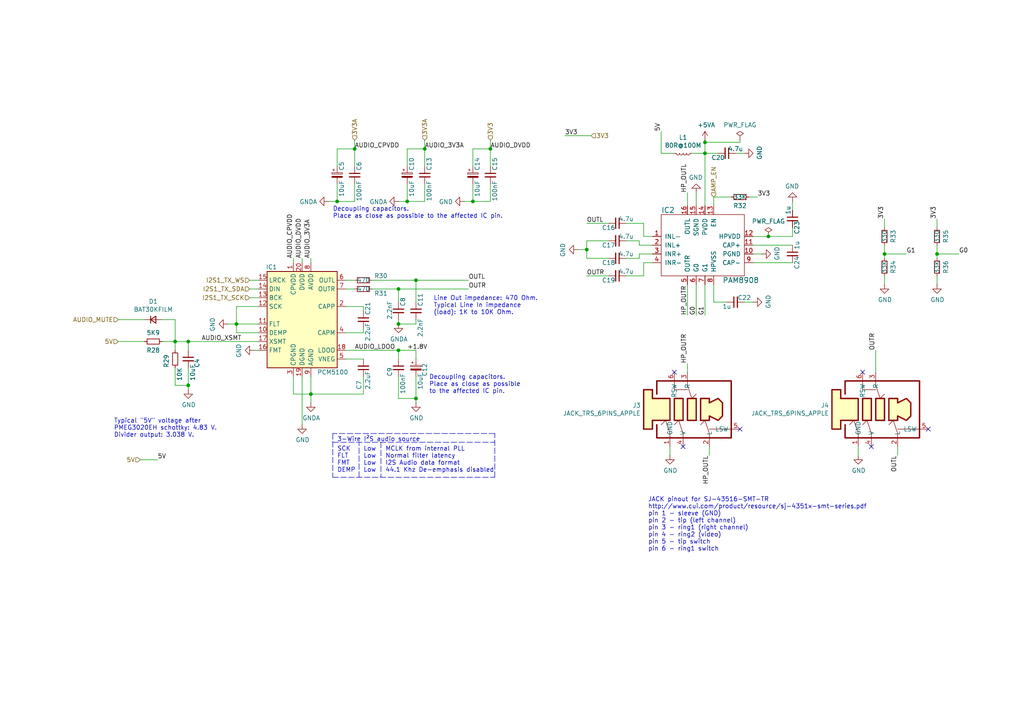
<source format=kicad_sch>
(kicad_sch (version 20231120) (generator "eeschema") (generator_version "8.0")
  (paper "A4")
  (lib_symbols
    (symbol "Audio:PCM5100"
      (property "Reference" "U" (at -10.16 13.97 0))
      (property "Value" "PCM5100" (at 3.81 13.97 0))
      (symbol "PCM5100_0_1"
        (rectangle (start -10.16 12.7) (end 10.16 -15.24) (stroke (width 0.254)) (fill (type background)))
      )
      (symbol "PCM5100_1_1"
        (pin passive line (at -2.54 15.24 270) (length 2.54) (name "CPVDD") (number "1"))
        (pin input line (at -12.7 -5.08 0) (length 2.54) (name "DEMP") (number "10"))
        (pin input line (at -12.7 -2.54 0) (length 2.54) (name "FLT") (number "11"))
        (pin input line (at -12.7 2.54 0) (length 2.54) (name "SCK") (number "12"))
        (pin input line (at -12.7 5.08 0) (length 2.54) (name "BCK") (number "13"))
        (pin input line (at -12.7 7.62 0) (length 2.54) (name "DIN") (number "14"))
        (pin input line (at -12.7 10.16 0) (length 2.54) (name "LRCK") (number "15"))
        (pin input line (at -12.7 -10.16 0) (length 2.54) (name "FMT") (number "16"))
        (pin input line (at -12.7 -7.62 0) (length 2.54) (name "XSMT") (number "17"))
        (pin passive line (at 12.7 -10.16 180) (length 2.54) (name "LDOO") (number "18"))
        (pin power_in line (at 0 -17.78 90) (length 2.54) (name "DGND") (number "19"))
        (pin passive line (at 12.7 2.54 180) (length 2.54) (name "CAPP") (number "2"))
        (pin power_in line (at 0 15.24 270) (length 2.54) (name "DVDD") (number "20"))
        (pin power_in line (at -2.54 -17.78 90) (length 2.54) (name "CPGND") (number "3"))
        (pin passive line (at 12.7 -5.08 180) (length 2.54) (name "CAPM") (number "4"))
        (pin passive line (at 12.7 -12.7 180) (length 2.54) (name "VNEG") (number "5"))
        (pin output line (at 12.7 10.16 180) (length 2.54) (name "OUTL") (number "6"))
        (pin output line (at 12.7 7.62 180) (length 2.54) (name "OUTR") (number "7"))
        (pin power_in line (at 2.54 15.24 270) (length 2.54) (name "AVDD") (number "8"))
        (pin power_in line (at 2.54 -17.78 90) (length 2.54) (name "AGND") (number "9"))
      )
    )
    (symbol "Device:CP_Small" (pin_numbers hide) (pin_names (offset 0.254) hide)
      (property "Reference" "C" (at 0.254 1.778 0))
      (property "Value" "Device_CP_Small" (at 0.254 -2.032 0))
      (symbol "CP_Small_0_1"
        (rectangle (start -1.524 -0.3048) (end 1.524 -0.6858) (fill (type outline)))
        (rectangle (start -1.524 0.6858) (end 1.524 0.3048))
        (polyline (pts (xy -1.27 1.524) (xy -0.762 1.524)))
        (polyline (pts (xy -1.016 1.27) (xy -1.016 1.778)))
      )
      (symbol "CP_Small_1_1"
        (pin passive line (at 0 2.54 270) (length 1.8542) (name "~") (number "1"))
        (pin passive line (at 0 -2.54 90) (length 1.8542) (name "~") (number "2"))
      )
    )
    (symbol "Device:C_Small" (pin_numbers hide) (pin_names (offset 0.254) hide)
      (property "Reference" "C" (at 0.254 1.778 0))
      (property "Value" "C_Small" (at 0.254 -2.032 0))
      (symbol "C_Small_0_1"
        (polyline (pts (xy -1.524 -0.508) (xy 1.524 -0.508)) (stroke (width 0.3302)))
        (polyline (pts (xy -1.524 0.508) (xy 1.524 0.508)) (stroke (width 0.3048)))
      )
      (symbol "C_Small_1_1"
        (pin passive line (at 0 2.54 270) (length 2.032) (name "~") (number "1"))
        (pin passive line (at 0 -2.54 90) (length 2.032) (name "~") (number "2"))
      )
    )
    (symbol "Device:D_Small" (pin_numbers hide) (pin_names (offset 0.254) hide)
      (property "Reference" "D" (at -1.27 2.032 0))
      (property "Value" "D_Small" (at -3.81 -2.032 0))
      (symbol "D_Small_0_1"
        (polyline (pts (xy -0.762 -1.016) (xy -0.762 1.016)) (stroke (width 0.254)))
        (polyline (pts (xy -0.762 0) (xy 0.762 0)))
        (polyline (pts (xy 0.762 -1.016) (xy -0.762 0) (xy 0.762 1.016) (xy 0.762 -1.016)) (stroke (width 0.254)))
      )
      (symbol "D_Small_1_1"
        (pin passive line (at -2.54 0 0) (length 1.778) (name "K") (number "1"))
        (pin passive line (at 2.54 0 180) (length 1.778) (name "A") (number "2"))
      )
    )
    (symbol "Device:L_Small" (pin_numbers hide) (pin_names (offset 0.254) hide)
      (property "Reference" "L" (at 0.762 1.016 0))
      (property "Value" "L_Small" (at 0.762 -1.016 0))
      (symbol "L_Small_0_1"
        (arc (start 0 -2.032) (mid 0.5058 -1.524) (end 0 -1.016))
        (arc (start 0 -1.016) (mid 0.5058 -0.508) (end 0 0))
        (arc (start 0 0) (mid 0.5058 0.508) (end 0 1.016))
        (arc (start 0 1.016) (mid 0.5058 1.524) (end 0 2.032))
      )
      (symbol "L_Small_1_1"
        (pin passive line (at 0 2.54 270) (length 0.508) (name "~") (number "1"))
        (pin passive line (at 0 -2.54 90) (length 0.508) (name "~") (number "2"))
      )
    )
    (symbol "Device:R_Small" (pin_numbers hide) (pin_names (offset 0.254) hide)
      (property "Reference" "R" (at 0.762 0.508 0))
      (property "Value" "R_Small" (at 0.762 -1.016 0))
      (symbol "R_Small_0_1"
        (rectangle (start -0.762 1.778) (end 0.762 -1.778) (stroke (width 0.2032)))
      )
      (symbol "R_Small_1_1"
        (pin passive line (at 0 2.54 270) (length 0.762) (name "~") (number "1"))
        (pin passive line (at 0 -2.54 90) (length 0.762) (name "~") (number "2"))
      )
    )
    (symbol "jack_trs_6pins_apple:JACK_TRS_6PINS_APPLE" (pin_names (offset 0.762))
      (property "Reference" "J" (at 8.89 1.27 0))
      (property "Value" "JACK_TRS_6PINS_APPLE" (at -31.75 1.27 0))
      (symbol "JACK_TRS_6PINS_APPLE_0_1"
        (polyline (pts (xy 6.35 -5.08) (xy 0 -5.08)))
        (polyline (pts (xy -10.16 8.89) (xy -10.16 6.35) (xy -6.35 6.35)))
        (polyline (pts (xy -13.97 -3.81) (xy -12.7 -2.54) (xy -11.43 -6.35) (xy -11.43 -7.62)))
        (polyline (pts (xy -10.16 -3.81) (xy -8.89 -2.54) (xy -7.62 -6.35) (xy -7.62 -7.62)))
        (polyline (pts (xy -3.81 5.08) (xy -5.08 3.81) (xy -6.35 7.62) (xy -6.35 8.89)))
        (polyline (pts (xy -2.54 -3.81) (xy -1.27 -2.54) (xy 0 -6.35) (xy 0 -7.62)))
        (polyline (pts (xy -7.62 -2.54) (xy -7.62 3.81) (xy -10.16 3.81) (xy -10.16 -2.54) (xy -7.62 -2.54)) (stroke (width 0.4064)) (fill (type background)))
        (polyline (pts (xy -3.81 -2.54) (xy -3.81 3.81) (xy -6.35 3.81) (xy -6.35 -2.54) (xy -3.81 -2.54)) (stroke (width 0.4064)) (fill (type background)))
        (polyline (pts (xy -15.24 5.08) (xy -15.24 8.89) (xy 6.35 8.89) (xy 6.35 -7.62) (xy -15.24 -7.62) (xy -15.24 -3.81)) (stroke (width 0.4064)))
        (polyline (pts (xy -11.43 -2.54) (xy -11.43 3.81) (xy -16.51 3.81) (xy -16.51 6.35) (xy -19.05 6.35) (xy -19.05 -5.08) (xy -16.51 -5.08) (xy -16.51 -2.54) (xy -11.43 -2.54)) (stroke (width 0.4064)) (fill (type background)))
        (polyline (pts (xy -2.54 -2.54) (xy -2.54 3.81) (xy 0 3.81) (xy 0 2.54) (xy 2.54 3.81) (xy 3.81 2.54) (xy 3.81 -1.27) (xy 2.54 -2.54) (xy 0 -1.27) (xy 0 -2.54) (xy -2.54 -2.54)) (stroke (width 0.4064)) (fill (type background)))
      )
      (symbol "JACK_TRS_6PINS_APPLE_1_1"
        (pin passive line (at -11.43 -10.16 90) (length 2.54) (name "GND") (number "1"))
        (pin passive line (at 0 -10.16 90) (length 2.54) (name "L") (number "2"))
        (pin passive line (at -6.35 11.43 270) (length 2.54) (name "R") (number "3"))
        (pin passive line (at -7.62 -10.16 90) (length 2.54) (name "V") (number "4"))
        (pin passive line (at 8.89 -5.08 180) (length 2.54) (name "LSW") (number "5"))
        (pin passive line (at -10.16 11.43 270) (length 2.54) (name "RSW") (number "6"))
      )
    )
    (symbol "pam8901:PAM8901" (pin_names (offset 1.016))
      (property "Reference" "U" (at -3.81 5.08 0))
      (property "Value" "PAM8901" (at 16.51 -15.24 0))
      (symbol "PAM8901_0_1"
        (rectangle (start -5.08 3.81) (end 19.05 -13.97))
      )
      (symbol "PAM8901_1_1"
        (pin input line (at -7.62 -2.54 0) (length 2.54) (name "INL-") (number "1"))
        (pin power_in line (at 21.59 -7.62 180) (length 2.54) (name "PGND") (number "10"))
        (pin output line (at 21.59 -5.08 180) (length 2.54) (name "CAP+") (number "11"))
        (pin power_in line (at 21.59 -2.54 180) (length 2.54) (name "HPVDD") (number "12"))
        (pin input line (at 10.16 6.35 270) (length 2.54) (name "EN") (number "13"))
        (pin power_in line (at 7.62 6.35 270) (length 2.54) (name "PVDD") (number "14"))
        (pin power_in line (at 5.08 6.35 270) (length 2.54) (name "SGND") (number "15"))
        (pin output line (at 2.54 6.35 270) (length 2.54) (name "OUTL") (number "16"))
        (pin input line (at -7.62 -5.08 0) (length 2.54) (name "INL+") (number "2"))
        (pin input line (at -7.62 -7.62 0) (length 2.54) (name "INR+") (number "3"))
        (pin input line (at -7.62 -10.16 0) (length 2.54) (name "INR-") (number "4"))
        (pin output line (at 2.54 -16.51 90) (length 2.54) (name "OUTR") (number "5"))
        (pin input line (at 5.08 -16.51 90) (length 2.54) (name "G0") (number "6"))
        (pin input line (at 7.62 -16.51 90) (length 2.54) (name "G1") (number "7"))
        (pin power_out line (at 10.16 -16.51 90) (length 2.54) (name "HPVSS") (number "8"))
        (pin output line (at 21.59 -10.16 180) (length 2.54) (name "CAP-") (number "9"))
      )
    )
    (symbol "power:+5VA" (power) (pin_numbers hide) (pin_names (offset 0) hide)
      (property "Value" "+5VA" (at 0 3.556 0))
      (symbol "+5VA_0_1"
        (polyline (pts (xy -0.762 1.27) (xy 0 2.54)))
        (polyline (pts (xy 0 0) (xy 0 2.54)))
        (polyline (pts (xy 0 2.54) (xy 0.762 1.27)))
      )
      (symbol "+5VA_1_1"
        (pin power_in line (at 0 0 90) (length 0) (name "~") (number "1"))
      )
    )
    (symbol "power:GND" (power) (pin_numbers hide) (pin_names (offset 0) hide)
      (property "Value" "GND" (at 0 -3.81 0))
      (symbol "GND_0_1"
        (polyline (pts (xy 0 0) (xy 0 -1.27) (xy 1.27 -1.27) (xy 0 -2.54) (xy -1.27 -1.27) (xy 0 -1.27)))
      )
      (symbol "GND_1_1"
        (pin power_in line (at 0 0 270) (length 0) (name "~") (number "1"))
      )
    )
    (symbol "power:GNDA" (power) (pin_numbers hide) (pin_names (offset 0) hide)
      (property "Value" "GNDA" (at 0 -3.81 0))
      (symbol "GNDA_0_1"
        (polyline (pts (xy 0 0) (xy 0 -1.27) (xy 1.27 -1.27) (xy 0 -2.54) (xy -1.27 -1.27) (xy 0 -1.27)))
      )
      (symbol "GNDA_1_1"
        (pin power_in line (at 0 0 270) (length 0) (name "~") (number "1"))
      )
    )
    (symbol "power:PWR_FLAG" (power) (pin_numbers hide) (pin_names (offset 0) hide)
      (property "Value" "PWR_FLAG" (at 0 3.81 0))
      (symbol "PWR_FLAG_0_0"
        (pin power_out line (at 0 0 90) (length 0) (name "~") (number "1"))
      )
      (symbol "PWR_FLAG_0_1"
        (polyline (pts (xy 0 0) (xy 0 1.27) (xy -1.016 1.905) (xy 0 2.54) (xy 1.016 1.905) (xy 0 1.27)))
      )
    )
  )
  (junction (at 97.79 58.42))
  (junction (at 222.885 68.58))
  (junction (at 170.18 72.39))
  (junction (at 123.19 43.18))
  (junction (at 271.78 73.66))
  (junction (at 120.65 81.28))
  (junction (at 204.47 44.45))
  (junction (at 204.47 41.275))
  (junction (at 54.61 111.76))
  (junction (at 54.61 99.06))
  (junction (at 50.8 99.06))
  (junction (at 142.24 43.18))
  (junction (at 120.65 115.57))
  (junction (at 137.16 58.42))
  (junction (at 115.57 101.6))
  (junction (at 115.57 93.98))
  (junction (at 118.11 58.42))
  (junction (at 68.58 93.98))
  (junction (at 90.17 114.3))
  (junction (at 115.57 83.82))
  (junction (at 102.87 43.18))
  (junction (at 256.54 73.66))
  (no_connect (at 195.58 107.95))
  (no_connect (at 250.19 107.95))
  (no_connect (at 252.73 129.54))
  (no_connect (at 214.63 124.46))
  (no_connect (at 269.24 124.46))
  (no_connect (at 198.12 129.54))
  (wire (pts (xy 105.41 88.9) (xy 105.41 90.17)))
  (wire (pts (xy 87.63 109.22) (xy 87.63 123.19)))
  (wire (pts (xy 54.61 113.03) (xy 54.61 111.76)))
  (wire (pts (xy 123.19 53.34) (xy 123.19 58.42)))
  (wire (pts (xy 176.53 69.85) (xy 170.18 69.85)))
  (wire (pts (xy 100.33 101.6) (xy 115.57 101.6)))
  (wire (pts (xy 73.66 101.6) (xy 74.93 101.6)))
  (wire (pts (xy 87.63 76.2) (xy 87.63 74.93)))
  (wire (pts (xy 199.39 59.69) (xy 199.39 55.88)))
  (wire (pts (xy 205.74 129.54) (xy 205.74 132.08)))
  (wire (pts (xy 207.01 87.63) (xy 210.82 87.63)))
  (wire (pts (xy 100.33 83.82) (xy 102.87 83.82)))
  (wire (pts (xy 100.33 88.9) (xy 105.41 88.9)))
  (wire (pts (xy 218.44 71.12) (xy 229.87 71.12)))
  (wire (pts (xy 115.57 101.6) (xy 115.57 104.14)))
  (wire (pts (xy 100.33 104.14) (xy 105.41 104.14)))
  (wire (pts (xy 186.69 64.77) (xy 186.69 68.58)))
  (wire (pts (xy 204.47 44.45) (xy 208.28 44.45)))
  (wire (pts (xy 142.24 43.18) (xy 142.24 48.26)))
  (wire (pts (xy 199.39 107.95) (xy 199.39 105.41)))
  (wire (pts (xy 46.99 99.06) (xy 50.8 99.06)))
  (wire (pts (xy 271.78 73.66) (xy 278.13 73.66)))
  (wire (pts (xy 97.79 58.42) (xy 95.25 58.42)))
  (wire (pts (xy 271.78 66.04) (xy 271.78 63.5)))
  (wire (pts (xy 115.57 101.6) (xy 120.65 101.6)))
  (wire (pts (xy 68.58 93.98) (xy 68.58 96.52)))
  (wire (pts (xy 185.42 69.85) (xy 185.42 71.12)))
  (wire (pts (xy 120.65 93.98) (xy 120.65 92.71)))
  (wire (pts (xy 90.17 114.3) (xy 90.17 116.84)))
  (wire (pts (xy 40.64 133.35) (xy 45.72 133.35)))
  (wire (pts (xy 256.54 73.66) (xy 262.89 73.66)))
  (wire (pts (xy 102.87 53.34) (xy 102.87 58.42)))
  (wire (pts (xy 100.33 96.52) (xy 105.41 96.52)))
  (wire (pts (xy 185.42 74.93) (xy 185.42 73.66)))
  (wire (pts (xy 68.58 88.9) (xy 68.58 93.98)))
  (wire (pts (xy 207.01 82.55) (xy 207.01 87.63)))
  (wire (pts (xy 97.79 53.34) (xy 97.79 58.42)))
  (wire (pts (xy 120.65 116.84) (xy 120.65 115.57)))
  (wire (pts (xy 54.61 99.06) (xy 54.61 101.6)))
  (wire (pts (xy 207.01 57.15) (xy 212.09 57.15)))
  (wire (pts (xy 115.57 92.71) (xy 115.57 93.98)))
  (wire (pts (xy 207.01 57.15) (xy 207.01 59.69)))
  (wire (pts (xy 185.42 73.66) (xy 189.23 73.66)))
  (polyline (pts (xy 96.52 138.43) (xy 143.51 138.43)) (stroke (width 0) (type dash)))
  (polyline (pts (xy 96.52 128.27) (xy 143.51 128.27)) (stroke (width 0) (type dash)))
  (wire (pts (xy 256.54 66.04) (xy 256.54 63.5)))
  (wire (pts (xy 271.78 73.66) (xy 271.78 74.93)))
  (wire (pts (xy 115.57 83.82) (xy 135.89 83.82)))
  (wire (pts (xy 195.58 44.45) (xy 191.77 44.45)))
  (wire (pts (xy 142.24 53.34) (xy 142.24 58.42)))
  (wire (pts (xy 90.17 76.2) (xy 90.17 74.93)))
  (wire (pts (xy 50.8 92.71) (xy 50.8 99.06)))
  (wire (pts (xy 215.9 87.63) (xy 218.44 87.63)))
  (wire (pts (xy 271.78 80.01) (xy 271.78 82.55)))
  (wire (pts (xy 213.36 44.45) (xy 215.9 44.45)))
  (wire (pts (xy 194.31 129.54) (xy 194.31 132.08)))
  (wire (pts (xy 72.39 81.28) (xy 74.93 81.28)))
  (wire (pts (xy 185.42 71.12) (xy 189.23 71.12)))
  (wire (pts (xy 120.65 81.28) (xy 120.65 87.63)))
  (wire (pts (xy 204.47 59.69) (xy 204.47 44.45)))
  (wire (pts (xy 214.63 40.64) (xy 214.63 41.275)))
  (wire (pts (xy 254 107.95) (xy 254 101.6)))
  (wire (pts (xy 137.16 58.42) (xy 134.62 58.42)))
  (wire (pts (xy 54.61 111.76) (xy 50.8 111.76)))
  (wire (pts (xy 186.69 68.58) (xy 189.23 68.58)))
  (wire (pts (xy 85.09 109.22) (xy 85.09 114.3)))
  (wire (pts (xy 123.19 43.18) (xy 123.19 40.64)))
  (wire (pts (xy 137.16 43.18) (xy 142.24 43.18)))
  (wire (pts (xy 176.53 80.01) (xy 170.18 80.01)))
  (polyline (pts (xy 110.49 128.27) (xy 110.49 138.43)) (stroke (width 0) (type dash)))
  (wire (pts (xy 85.09 114.3) (xy 90.17 114.3)))
  (wire (pts (xy 191.77 44.45) (xy 191.77 38.1)))
  (wire (pts (xy 102.87 58.42) (xy 97.79 58.42)))
  (wire (pts (xy 186.69 80.01) (xy 186.69 76.2)))
  (wire (pts (xy 222.885 68.58) (xy 229.87 68.58)))
  (wire (pts (xy 120.65 101.6) (xy 120.65 104.14)))
  (wire (pts (xy 41.91 99.06) (xy 34.29 99.06)))
  (wire (pts (xy 163.83 39.37) (xy 171.45 39.37)))
  (wire (pts (xy 218.44 73.66) (xy 220.98 73.66)))
  (wire (pts (xy 120.65 93.98) (xy 115.57 93.98)))
  (wire (pts (xy 256.54 73.66) (xy 256.54 71.12)))
  (wire (pts (xy 102.87 43.18) (xy 102.87 40.64)))
  (wire (pts (xy 72.39 86.36) (xy 74.93 86.36)))
  (wire (pts (xy 107.95 81.28) (xy 120.65 81.28)))
  (polyline (pts (xy 143.51 138.43) (xy 143.51 125.73)) (stroke (width 0) (type dash)))
  (wire (pts (xy 50.8 111.76) (xy 50.8 106.68)))
  (wire (pts (xy 217.17 57.15) (xy 219.71 57.15)))
  (wire (pts (xy 120.65 81.28) (xy 135.89 81.28)))
  (wire (pts (xy 46.99 92.71) (xy 50.8 92.71)))
  (wire (pts (xy 181.61 64.77) (xy 186.69 64.77)))
  (polyline (pts (xy 104.14 138.43) (xy 104.14 128.27)) (stroke (width 0) (type dash)))
  (wire (pts (xy 186.69 76.2) (xy 189.23 76.2)))
  (wire (pts (xy 105.41 114.3) (xy 90.17 114.3)))
  (wire (pts (xy 120.65 115.57) (xy 120.65 109.22)))
  (wire (pts (xy 115.57 87.63) (xy 115.57 83.82)))
  (wire (pts (xy 271.78 71.12) (xy 271.78 73.66)))
  (wire (pts (xy 218.44 68.58) (xy 222.885 68.58)))
  (wire (pts (xy 218.44 76.2) (xy 229.87 76.2)))
  (wire (pts (xy 181.61 80.01) (xy 186.69 80.01)))
  (wire (pts (xy 68.58 96.52) (xy 74.93 96.52)))
  (wire (pts (xy 200.66 44.45) (xy 204.47 44.45)))
  (wire (pts (xy 118.11 48.26) (xy 118.11 43.18)))
  (wire (pts (xy 123.19 43.18) (xy 123.19 48.26)))
  (polyline (pts (xy 96.52 125.73) (xy 96.52 138.43)) (stroke (width 0) (type dash)))
  (wire (pts (xy 97.79 43.18) (xy 102.87 43.18)))
  (wire (pts (xy 105.41 109.22) (xy 105.41 114.3)))
  (wire (pts (xy 256.54 80.01) (xy 256.54 82.55)))
  (wire (pts (xy 170.18 72.39) (xy 170.18 74.93)))
  (wire (pts (xy 260.35 129.54) (xy 260.35 132.08)))
  (wire (pts (xy 201.93 59.69) (xy 201.93 55.88)))
  (wire (pts (xy 176.53 64.77) (xy 170.18 64.77)))
  (polyline (pts (xy 143.51 125.73) (xy 96.52 125.73)) (stroke (width 0) (type dash)))
  (wire (pts (xy 142.24 58.42) (xy 137.16 58.42)))
  (wire (pts (xy 229.87 58.42) (xy 229.87 60.96)))
  (wire (pts (xy 123.19 58.42) (xy 118.11 58.42)))
  (wire (pts (xy 142.24 43.18) (xy 142.24 40.64)))
  (wire (pts (xy 118.11 53.34) (xy 118.11 58.42)))
  (wire (pts (xy 204.47 82.55) (xy 204.47 91.44)))
  (wire (pts (xy 181.61 74.93) (xy 185.42 74.93)))
  (wire (pts (xy 204.47 40.64) (xy 204.47 41.275)))
  (wire (pts (xy 181.61 69.85) (xy 185.42 69.85)))
  (wire (pts (xy 105.41 96.52) (xy 105.41 95.25)))
  (wire (pts (xy 170.18 69.85) (xy 170.18 72.39)))
  (wire (pts (xy 41.91 92.71) (xy 34.29 92.71)))
  (wire (pts (xy 118.11 58.42) (xy 115.57 58.42)))
  (wire (pts (xy 256.54 74.93) (xy 256.54 73.66)))
  (wire (pts (xy 248.92 132.08) (xy 248.92 129.54)))
  (wire (pts (xy 102.87 43.18) (xy 102.87 48.26)))
  (wire (pts (xy 100.33 81.28) (xy 102.87 81.28)))
  (wire (pts (xy 74.93 88.9) (xy 68.58 88.9)))
  (wire (pts (xy 115.57 115.57) (xy 120.65 115.57)))
  (wire (pts (xy 115.57 109.22) (xy 115.57 115.57)))
  (wire (pts (xy 97.79 48.26) (xy 97.79 43.18)))
  (wire (pts (xy 74.93 99.06) (xy 54.61 99.06)))
  (wire (pts (xy 68.58 93.98) (xy 74.93 93.98)))
  (wire (pts (xy 229.87 66.04) (xy 229.87 68.58)))
  (wire (pts (xy 137.16 53.34) (xy 137.16 58.42)))
  (wire (pts (xy 107.95 83.82) (xy 115.57 83.82)))
  (wire (pts (xy 90.17 114.3) (xy 90.17 109.22)))
  (wire (pts (xy 50.8 99.06) (xy 50.8 101.6)))
  (wire (pts (xy 85.09 76.2) (xy 85.09 74.93)))
  (wire (pts (xy 66.04 93.98) (xy 68.58 93.98)))
  (wire (pts (xy 137.16 48.26) (xy 137.16 43.18)))
  (wire (pts (xy 204.47 41.275) (xy 204.47 44.45)))
  (wire (pts (xy 54.61 106.68) (xy 54.61 111.76)))
  (wire (pts (xy 118.11 43.18) (xy 123.19 43.18)))
  (wire (pts (xy 74.93 83.82) (xy 72.39 83.82)))
  (wire (pts (xy 170.18 72.39) (xy 167.64 72.39)))
  (wire (pts (xy 214.63 41.275) (xy 204.47 41.275)))
  (wire (pts (xy 50.8 99.06) (xy 54.61 99.06)))
  (wire (pts (xy 170.18 74.93) (xy 176.53 74.93)))
  (wire (pts (xy 199.39 82.55) (xy 199.39 91.44)))
  (wire (pts (xy 201.93 82.55) (xy 201.93 91.44)))
  (text "Low\nLow\nLow\nLow" (at 105.41 137.16 0) (effects (font (size 1.27 1.27)) (justify left bottom)))
  (text "SCK\nFLT\nFMT\nDEMP" (at 97.79 137.16 0) (effects (font (size 1.27 1.27)) (justify left bottom)))
  (text "Line Out impedance: 470 Ohm.\nTypical Line In impedance\n(load): 1K to 10K Ohm." (at 125.73 91.44 0) (effects (font (size 1.27 1.27)) (justify left bottom)))
  (text "Decoupling capacitors. \nPlace as close as possible\nto the affected IC pin." (at 124.46 114.3 0) (effects (font (size 1.27 1.27)) (justify left bottom)))
  (text "Typical \"5V\" voltage after\nPMEG3020EH schottky: 4.83 V.\nDivider output: 3.038 V." (at 33.02 127 0) (effects (font (size 1.27 1.27)) (justify left bottom)))
  (text "MCLK from internal PLL\nNormal filter latency\nI2S Audio data format\n44.1 Khz De-emphasis disabled" (at 111.76 137.16 0) (effects (font (size 1.27 1.27)) (justify left bottom)))
  (text "3-Wire I²S audio source" (at 97.79 128.27 0) (effects (font (size 1.27 1.27)) (justify left bottom)))
  (text "JACK pinout for SJ-43516-SMT-TR\nhttp://www.cui.com/product/resource/sj-4351x-smt-series.pdf\npin 1 - sleeve (GND)\npin 2 - tip (left channel)\npin 3 - ring1 (right channel)\npin 4 - ring2 (video)\npin 5 - tip switch\npin 6 - ring1 switch" (at 187.96 160.02 0) (effects (font (size 1.27 1.27)) (justify left bottom)))
  (text "Decoupling capacitors. \nPlace as close as possible to the affected IC pin." (at 96.52 63.5 0) (effects (font (size 1.27 1.27)) (justify left bottom)))
  (label "HP_OUTR" (at 199.39 91.44 90))
  (label "AUDIO_CPVDD" (at 85.09 74.93 90))
  (label "OUTL" (at 260.35 132.08 270))
  (label "AUDIO_LDOO" (at 102.87 101.6 0))
  (label "G1" (at 204.47 91.44 90))
  (label "AUDIO_3V3A" (at 123.19 43.18 0))
  (label "OUTR" (at 254 101.6 90))
  (label "AUDIO_DVDD" (at 142.24 43.18 0))
  (label "3V3" (at 163.83 39.37 0))
  (label "3V3" (at 271.78 63.5 90))
  (label "AUDIO_XSMT" (at 58.42 99.06 0))
  (label "HP_OUTR" (at 199.39 105.41 90))
  (label "G0" (at 278.13 73.66 0))
  (label "HP_OUTL" (at 199.39 55.88 90))
  (label "5V" (at 45.72 133.35 0))
  (label "HP_OUTL" (at 205.74 132.08 270))
  (label "OUTR" (at 170.18 80.01 0))
  (label "AUDIO_3V3A" (at 90.17 74.93 90))
  (label "AUDIO_CPVDD" (at 102.87 43.18 0))
  (label "+1.8V" (at 118.11 101.6 0))
  (label "3V3" (at 219.71 57.15 0))
  (label "G1" (at 262.89 73.66 0))
  (label "G0" (at 201.93 91.44 90))
  (label "OUTL" (at 135.89 81.28 0))
  (label "AUDIO_DVDD" (at 87.63 74.93 90))
  (label "OUTL" (at 170.18 64.77 0))
  (label "OUTR" (at 135.89 83.82 0))
  (label "5V" (at 191.77 38.1 90))
  (label "3V3" (at 256.54 63.5 90))
  (hierarchical_label "5V" (shape input) (at 34.29 99.06 180))
  (hierarchical_label "I2S1_TX_WS" (shape input) (at 72.39 81.28 180))
  (hierarchical_label "3V3A" (shape input) (at 123.19 40.64 90))
  (hierarchical_label "AMP_EN" (shape input) (at 207.01 57.15 90))
  (hierarchical_label "I2S1_TX_SCK" (shape input) (at 72.39 86.36 180))
  (hierarchical_label "3V3A" (shape input) (at 102.87 40.64 90))
  (hierarchical_label "AUDIO_MUTE" (shape input) (at 34.29 92.71 180))
  (hierarchical_label "I2S1_TX_SDA" (shape input) (at 72.39 83.82 180))
  (hierarchical_label "3V3" (shape input) (at 142.24 40.64 90))
  (hierarchical_label "3V3" (shape input) (at 171.45 39.37 0))
  (hierarchical_label "5V" (shape input) (at 40.64 133.35 180))
  (symbol (lib_id "power:PWR_FLAG") (at 214.63 40.64 0) (unit 1)
    (property "Reference" "#FLG0104" (effects (hide yes)))
    (property "Value" "PWR_FLAG" (at 214.63 36.2458 0))
  )
  (symbol (lib_id "power:PWR_FLAG") (at 222.885 68.58 0) (unit 1)
    (property "Reference" "#FLG0105" (effects (hide yes)))
    (property "Value" "PWR_FLAG" (at 222.885 64.1858 0))
  )
  (symbol (lib_id "Audio:PCM5100") (at 87.63 91.44 0) (unit 1)
    (property "Reference" "U3" (at 78.74 77.47 0))
    (property "Value" "PCM5100" (at 96.52 107.95 0))
    (property "Footprint" "Package_SO:TSSOP-20_4.4x6.5mm_P0.65mm" (effects (hide yes)))
    (property "Datasheet" "http://www.ti.com/lit/ds/symlink/pcm5100.pdf" (effects (hide yes)))
    (instances (project "" (path "" (reference "IC1") (unit 1))))
  )
  (symbol (lib_id "pam8901:PAM8901") (at 196.85 66.04 0) (unit 1)
    (property "Reference" "U4" (at 191.77 60.96 0) (effects (font (size 1.524 1.524)) (justify left)))
    (property "Value" "PAM8908" (at 209.55 81.28 0) (effects (font (size 1.524 1.524)) (justify left)))
    (property "Footprint" "Package_DFN_QFN:QFN-16-1EP_3x3mm_P0.5mm_EP1.7x1.7mm_ThermalVias" (effects (hide yes)))
    (instances (project "" (path "" (reference "IC2") (unit 1))))
  )
  (symbol (lib_id "Device:C_Small") (at 105.41 92.71 0) (unit 1)
    (property "Reference" "C21" (at 106.68 91.44 90) (effects (justify left)))
    (property "Value" "2.2uF" (at 106.68 99.06 90) (effects (justify left)))
    (property "Footprint" "Capacitor_SMD:C_0402_1005Metric" (effects (hide yes)))
    (property "Datasheet" "CL10A225KO8NNNC" (effects (hide yes)))
  )
  (symbol (lib_id "Device:C_Small") (at 105.41 106.68 180) (unit 1)
    (property "Reference" "C22" (at 104.14 113.03 90) (effects (justify right)))
    (property "Value" "2.2uF" (at 106.68 113.03 90) (effects (justify right)))
    (property "Footprint" "Capacitor_SMD:C_0402_1005Metric" (effects (hide yes)))
    (property "Datasheet" "CL10A225KO8NNNC" (effects (hide yes)))
    (instances (project "" (path "" (reference "C7") (unit 1))))
  )
  (symbol (lib_id "power:GNDA") (at 90.17 116.84 0) (unit 1)
    (property "Reference" "#PWR034" (effects (hide yes)))
    (property "Value" "GNDA" (at 90.297 121.2342 0))
  )
  (symbol (lib_id "power:GND") (at 87.63 123.19 0) (unit 1)
    (property "Reference" "#PWR033" (effects (hide yes)))
    (property "Value" "GND" (at 87.757 127.5842 0))
  )
  (symbol (lib_id "Device:R_Small") (at 105.41 81.28 270) (unit 1)
    (property "Reference" "R15" (at 110.49 80.01 90))
    (property "Value" "470" (at 105.41 81.28 90))
    (property "Footprint" "Resistor_SMD:R_0402_1005Metric" (effects (hide yes)))
    (instances (project "" (path "" (reference "R30") (unit 1))))
  )
  (symbol (lib_id "Device:R_Small") (at 105.41 83.82 270) (unit 1)
    (property "Reference" "R16" (at 110.49 85.09 90))
    (property "Value" "470" (at 105.41 83.82 90))
    (property "Footprint" "Resistor_SMD:R_0402_1005Metric" (effects (hide yes)))
    (instances (project "" (path "" (reference "R31") (unit 1))))
  )
  (symbol (lib_id "Device:C_Small") (at 120.65 90.17 0) (unit 1)
    (property "Reference" "C26" (at 121.92 88.9 90) (effects (justify left)))
    (property "Value" "2.2nF" (at 121.92 97.79 90) (effects (justify left)))
    (property "Footprint" "Capacitor_SMD:C_0402_1005Metric" (effects (hide yes)))
    (property "Datasheet" "885012206061" (effects (hide yes)))
    (instances (project "" (path "" (reference "C11") (unit 1))))
  )
  (symbol (lib_id "Device:C_Small") (at 115.57 90.17 0) (unit 1)
    (property "Reference" "C23" (at 116.84 88.9 90) (effects (justify left)))
    (property "Value" "2.2nF" (at 113.03 92.71 90) (effects (justify left)))
    (property "Footprint" "Capacitor_SMD:C_0402_1005Metric" (effects (hide yes)))
    (property "Datasheet" "885012206061" (effects (hide yes)))
    (instances (project "" (path "" (reference "C8") (unit 1))))
  )
  (symbol (lib_id "power:GNDA") (at 115.57 93.98 0) (unit 1)
    (property "Reference" "#PWR037" (effects (hide yes)))
    (property "Value" "GNDA" (at 115.697 98.3742 0))
  )
  (symbol (lib_id "Device:C_Small") (at 102.87 50.8 0) (unit 1)
    (property "Reference" "C20" (at 104.14 49.53 90) (effects (justify left)))
    (property "Value" "100nF" (at 104.14 58.42 90) (effects (justify left)))
    (property "Footprint" "Capacitor_SMD:C_0603_1608Metric" (effects (hide yes)))
    (property "Datasheet" "885012206071" (effects (hide yes)))
    (instances (project "" (path "" (reference "C6") (unit 1))))
  )
  (symbol (lib_id "Device:CP_Small") (at 97.79 50.8 0) (unit 1)
    (property "Reference" "C19" (at 99.06 49.53 90) (effects (justify left)))
    (property "Value" "10uF" (at 99.06 57.15 90) (effects (justify left)))
    (property "Footprint" "Capacitor_SMD:C_1206_3216Metric" (effects (hide yes)))
    (property "Datasheet" "TAJA106K016RNJ" (effects (hide yes)))
    (instances (project "" (path "" (reference "C5") (unit 1))))
  )
  (symbol (lib_id "Device:CP_Small") (at 118.11 50.8 0) (unit 1)
    (property "Reference" "C25" (at 119.38 49.53 90) (effects (justify left)))
    (property "Value" "10uF" (at 119.38 57.15 90) (effects (justify left)))
    (property "Footprint" "Capacitor_SMD:C_1206_3216Metric" (effects (hide yes)))
    (property "Datasheet" "TAJA106K016RNJ" (effects (hide yes)))
    (instances (project "" (path "" (reference "C10") (unit 1))))
  )
  (symbol (lib_id "Device:C_Small") (at 123.19 50.8 0) (unit 1)
    (property "Reference" "C28" (at 124.46 49.53 90) (effects (justify left)))
    (property "Value" "100nF" (at 124.46 58.42 90) (effects (justify left)))
    (property "Footprint" "Capacitor_SMD:C_0603_1608Metric" (effects (hide yes)))
    (property "Datasheet" "885012206071" (effects (hide yes)))
    (instances (project "" (path "" (reference "C13") (unit 1))))
  )
  (symbol (lib_id "Device:CP_Small") (at 137.16 50.8 0) (unit 1)
    (property "Reference" "C29" (at 138.43 49.53 90) (effects (justify left)))
    (property "Value" "10uF" (at 138.43 57.15 90) (effects (justify left)))
    (property "Footprint" "Capacitor_SMD:C_1206_3216Metric" (effects (hide yes)))
    (property "Datasheet" "TAJA106K016RNJ" (effects (hide yes)))
    (instances (project "" (path "" (reference "C14") (unit 1))))
  )
  (symbol (lib_id "Device:C_Small") (at 142.24 50.8 0) (unit 1)
    (property "Reference" "C30" (at 143.51 49.53 90) (effects (justify left)))
    (property "Value" "100nF" (at 143.51 58.42 90) (effects (justify left)))
    (property "Footprint" "Capacitor_SMD:C_0603_1608Metric" (effects (hide yes)))
    (property "Datasheet" "885012206071" (effects (hide yes)))
    (instances (project "" (path "" (reference "C15") (unit 1))))
  )
  (symbol (lib_id "power:GNDA") (at 95.25 58.42 270) (unit 1)
    (property "Reference" "#PWR035" (effects (hide yes)))
    (property "Value" "GNDA" (at 92.0242 58.547 90) (effects (justify right)))
  )
  (symbol (lib_id "power:GNDA") (at 115.57 58.42 270) (unit 1)
    (property "Reference" "#PWR036" (effects (hide yes)))
    (property "Value" "GNDA" (at 112.3442 58.547 90) (effects (justify right)))
  )
  (symbol (lib_id "power:GND") (at 134.62 58.42 270) (unit 1)
    (property "Reference" "#PWR039" (effects (hide yes)))
    (property "Value" "GND" (at 131.3688 58.547 90) (effects (justify right)))
  )
  (symbol (lib_id "Device:C_Small") (at 115.57 106.68 0) (unit 1)
    (property "Reference" "C24" (at 113.03 109.22 90) (effects (justify left)))
    (property "Value" "100nF" (at 116.84 114.3 90) (effects (justify left)))
    (property "Footprint" "Capacitor_SMD:C_0603_1608Metric" (effects (hide yes)))
    (property "Datasheet" "885012206071" (effects (hide yes)))
    (instances (project "" (path "" (reference "C9") (unit 1))))
  )
  (symbol (lib_id "Device:CP_Small") (at 120.65 106.68 0) (unit 1)
    (property "Reference" "C27" (at 123.19 109.22 90) (effects (justify left)))
    (property "Value" "10uF" (at 121.92 113.03 90) (effects (justify left)))
    (property "Footprint" "Capacitor_SMD:C_1206_3216Metric" (effects (hide yes)))
    (property "Datasheet" "TAJA106K016RNJ" (effects (hide yes)))
    (instances (project "" (path "" (reference "C12") (unit 1))))
  )
  (symbol (lib_id "power:GND") (at 120.65 116.84 0) (unit 1)
    (property "Reference" "#PWR038" (effects (hide yes)))
    (property "Value" "GND" (at 120.777 121.2342 0))
  )
  (symbol (lib_id "Device:D_Small") (at 44.45 92.71 0) (unit 1)
    (property "Reference" "D3" (at 44.45 87.4522 0))
    (property "Value" "BAT30KFILM" (at 44.45 89.7636 0))
    (property "Footprint" "Diode_SMD:D_SOD-523" (effects (hide yes)))
    (instances (project "" (path "" (reference "D1") (unit 1))))
  )
  (symbol (lib_id "Device:C_Small") (at 54.61 104.14 0) (unit 1)
    (property "Reference" "C18" (at 57.15 106.68 90) (effects (justify left)))
    (property "Value" "10uF" (at 55.88 110.49 90) (effects (justify left)))
    (property "Footprint" "Capacitor_SMD:C_1206_3216Metric" (effects (hide yes)))
    (property "Datasheet" "EMK316B7106KL-TD" (effects (hide yes)))
    (instances (project "" (path "" (reference "C4") (unit 1))))
  )
  (symbol (lib_id "Device:R_Small") (at 50.8 104.14 0) (unit 1)
    (property "Reference" "R14" (at 48.26 106.68 90) (effects (justify left)))
    (property "Value" "10K" (at 52.07 110.49 90) (effects (justify left)))
    (property "Footprint" "Resistor_SMD:R_0402_1005Metric" (effects (hide yes)))
    (instances (project "" (path "" (reference "R29") (unit 1))))
  )
  (symbol (lib_id "Device:R_Small") (at 44.45 99.06 270) (unit 1)
    (property "Reference" "R13" (at 44.45 101.6 90))
    (property "Value" "5K9" (at 44.45 96.52 90))
    (property "Footprint" "Resistor_SMD:R_0402_1005Metric" (effects (hide yes)))
    (instances (project "" (path "" (reference "R28") (unit 1))))
  )
  (symbol (lib_id "power:GND") (at 54.61 113.03 0) (unit 1)
    (property "Reference" "#PWR032" (effects (hide yes)))
    (property "Value" "GND" (at 54.737 117.4242 0))
  )
  (symbol (lib_id "Device:C_Small") (at 179.07 64.77 270) (unit 1)
    (property "Reference" "C31" (at 176.53 66.04 90))
    (property "Value" "4.7u" (at 181.61 63.5 90))
    (property "Footprint" "Capacitor_SMD:C_0603_1608Metric" (effects (hide yes)))
    (property "Datasheet" "CL10A475KP8NNNC" (effects (hide yes)))
    (instances (project "" (path "" (reference "C16") (unit 1))))
  )
  (symbol (lib_id "Device:C_Small") (at 179.07 69.85 270) (unit 1)
    (property "Reference" "C32" (at 176.53 71.12 90))
    (property "Value" "4.7u" (at 181.61 68.58 90))
    (property "Footprint" "Capacitor_SMD:C_0603_1608Metric" (effects (hide yes)))
    (property "Datasheet" "CL10A475KP8NNNC" (effects (hide yes)))
    (instances (project "" (path "" (reference "C17") (unit 1))))
  )
  (symbol (lib_id "Device:C_Small") (at 179.07 74.93 270) (unit 1)
    (property "Reference" "C33" (at 176.53 76.2 90))
    (property "Value" "4.7u" (at 181.61 73.66 90))
    (property "Footprint" "Capacitor_SMD:C_0603_1608Metric" (effects (hide yes)))
    (property "Datasheet" "CL10A475KP8NNNC" (effects (hide yes)))
    (instances (project "" (path "" (reference "C18") (unit 1))))
  )
  (symbol (lib_id "Device:C_Small") (at 179.07 80.01 270) (unit 1)
    (property "Reference" "C34" (at 176.53 81.28 90))
    (property "Value" "4.7u" (at 181.61 78.74 90))
    (property "Footprint" "Capacitor_SMD:C_0603_1608Metric" (effects (hide yes)))
    (property "Datasheet" "CL10A475KP8NNNC" (effects (hide yes)))
    (instances (project "" (path "" (reference "C19") (unit 1))))
  )
  (symbol (lib_id "power:GND") (at 167.64 72.39 270) (unit 1)
    (property "Reference" "#PWR041" (effects (hide yes)))
    (property "Value" "GND" (at 163.2458 72.517 0))
  )
  (symbol (lib_id "power:GND") (at 201.93 55.88 180) (unit 1)
    (property "Reference" "#PWR043" (effects (hide yes)))
    (property "Value" "GND" (at 201.803 51.4858 0))
  )
  (symbol (lib_id "Device:C_Small") (at 213.36 87.63 90) (unit 1)
    (property "Reference" "C36" (at 215.9 86.36 90))
    (property "Value" "1u" (at 210.82 88.9 90))
    (property "Footprint" "Capacitor_SMD:C_0603_1608Metric" (effects (hide yes)))
    (property "Datasheet" "CL10A105KQ8NNNC" (effects (hide yes)))
    (instances (project "" (path "" (reference "C22") (unit 1))))
  )
  (symbol (lib_id "power:GND") (at 218.44 87.63 90) (unit 1)
    (property "Reference" "#PWR046" (effects (hide yes)))
    (property "Value" "GND" (at 222.8342 87.503 0))
  )
  (symbol (lib_id "power:GND") (at 220.98 73.66 90) (unit 1)
    (property "Reference" "#PWR047" (effects (hide yes)))
    (property "Value" "GND" (at 225.3742 73.533 0))
  )
  (symbol (lib_id "Device:C_Small") (at 229.87 73.66 0) (unit 1)
    (property "Reference" "C38" (at 231.14 76.2 90))
    (property "Value" "1u" (at 231.14 71.12 90))
    (property "Footprint" "Capacitor_SMD:C_0603_1608Metric" (effects (hide yes)))
    (property "Datasheet" "CL10A105KQ8NNNC" (effects (hide yes)))
    (instances (project "" (path "" (reference "C24") (unit 1))))
  )
  (symbol (lib_id "Device:C_Small") (at 229.87 63.5 0) (unit 1)
    (property "Reference" "C37" (at 231.14 66.04 90))
    (property "Value" "1u" (at 228.6 60.96 90))
    (property "Footprint" "Capacitor_SMD:C_0603_1608Metric" (effects (hide yes)))
    (property "Datasheet" "CL10A105KQ8NNNC" (effects (hide yes)))
    (instances (project "" (path "" (reference "C23") (unit 1))))
  )
  (symbol (lib_id "power:GND") (at 229.87 58.42 180) (unit 1)
    (property "Reference" "#PWR048" (effects (hide yes)))
    (property "Value" "GND" (at 229.743 54.0258 0))
  )
  (symbol (lib_id "Device:C_Small") (at 210.82 44.45 270) (unit 1)
    (property "Reference" "C35" (at 208.28 45.72 90))
    (property "Value" "4.7u" (at 213.36 43.18 90))
    (property "Footprint" "Capacitor_SMD:C_0603_1608Metric" (effects (hide yes)))
    (property "Datasheet" "CL10A475KP8NNNC" (effects (hide yes)))
    (instances (project "" (path "" (reference "C20") (unit 1))))
  )
  (symbol (lib_id "power:GND") (at 215.9 44.45 90) (unit 1)
    (property "Reference" "#PWR045" (effects (hide yes)))
    (property "Value" "GND" (at 220.2942 44.323 0))
  )
  (symbol (lib_id "power:+5VA") (at 204.47 40.64 0) (unit 1)
    (property "Reference" "#PWR044" (effects (hide yes)))
    (property "Value" "+5VA" (at 204.851 36.2458 0))
  )
  (symbol (lib_id "Device:L_Small") (at 198.12 44.45 270) (unit 1)
    (property "Reference" "L1" (at 198.12 39.8526 90))
    (property "Value" "80R@100M" (at 198.12 42.164 90))
    (property "Footprint" "Inductor_SMD:L_0603_1608Metric" (effects (hide yes)))
  )
  (symbol (lib_id "Device:R_Small") (at 256.54 77.47 180) (unit 1)
    (property "Reference" "R19" (at 259.08 77.47 90))
    (property "Value" "33K" (at 256.54 77.47 90))
    (property "Footprint" "Resistor_SMD:R_0402_1005Metric" (effects (hide yes)))
    (instances (project "" (path "" (reference "R34") (unit 1))))
  )
  (symbol (lib_id "Device:R_Small") (at 256.54 68.58 180) (unit 1)
    (property "Reference" "R18" (at 259.08 68.58 90))
    (property "Value" "330" (at 256.54 68.58 90))
    (property "Footprint" "Resistor_SMD:R_0402_1005Metric" (effects (hide yes)))
    (instances (project "" (path "" (reference "R33") (unit 1))))
  )
  (symbol (lib_id "Device:R_Small") (at 271.78 68.58 180) (unit 1)
    (property "Reference" "R20" (at 274.32 68.58 90))
    (property "Value" "330" (at 271.78 68.58 90))
    (property "Footprint" "Resistor_SMD:R_0402_1005Metric" (effects (hide yes)))
    (instances (project "" (path "" (reference "R35") (unit 1))))
  )
  (symbol (lib_id "Device:R_Small") (at 271.78 77.47 180) (unit 1)
    (property "Reference" "R21" (at 274.32 77.47 90))
    (property "Value" "33K" (at 271.78 77.47 90))
    (property "Footprint" "Resistor_SMD:R_0402_1005Metric" (effects (hide yes)))
    (instances (project "" (path "" (reference "R36") (unit 1))))
  )
  (symbol (lib_id "power:GND") (at 271.78 82.55 0) (unit 1)
    (property "Reference" "#PWR051" (effects (hide yes)))
    (property "Value" "GND" (at 271.907 86.9442 0))
  )
  (symbol (lib_id "power:GND") (at 256.54 82.55 0) (unit 1)
    (property "Reference" "#PWR050" (effects (hide yes)))
    (property "Value" "GND" (at 256.667 86.9442 0))
  )
  (symbol (lib_id "power:GND") (at 73.66 101.6 270) (unit 1)
    (property "Reference" "#PWR0115" (effects (hide yes)))
    (property "Value" "GND" (at 69.2658 101.727 0))
  )
  (symbol (lib_id "power:GND") (at 66.04 93.98 270) (unit 1)
    (property "Reference" "#PWR0116" (effects (hide yes)))
    (property "Value" "GND" (at 61.6458 94.107 0))
  )
  (symbol (lib_id "Device:R_Small") (at 214.63 57.15 90) (unit 1)
    (property "Reference" "R17" (at 214.63 59.69 90))
    (property "Value" "33K" (at 214.63 57.15 90))
    (property "Footprint" "Resistor_SMD:R_0402_1005Metric" (effects (hide yes)))
    (instances (project "" (path "" (reference "R32") (unit 1))))
  )
  (symbol (lib_id "jack_trs_6pins_apple:JACK_TRS_6PINS_APPLE") (at 260.35 119.38 0) (unit 1)
    (property "Reference" "J4" (at 240.4618 117.5766 0) (effects (justify right)))
    (property "Value" "JACK_TRS_6PINS_APPLE" (at 240.4618 119.888 0) (effects (justify right)))
    (property "Footprint" "audio-jack:CUI_SJ-43516-SMT" (effects (hide yes)))
  )
  (symbol (lib_id "jack_trs_6pins_apple:JACK_TRS_6PINS_APPLE") (at 205.74 119.38 0) (unit 1)
    (property "Reference" "J3" (at 185.8518 117.5766 0) (effects (justify right)))
    (property "Value" "JACK_TRS_6PINS_APPLE" (at 185.8518 119.888 0) (effects (justify right)))
    (property "Footprint" "audio-jack:CUI_SJ-43516-SMT" (effects (hide yes)))
  )
  (symbol (lib_id "power:GND") (at 248.92 132.08 0) (unit 1)
    (property "Reference" "#PWR049" (effects (hide yes)))
    (property "Value" "GND" (at 249.047 136.4742 0))
  )
  (symbol (lib_id "power:GND") (at 194.31 132.08 0) (unit 1)
    (property "Reference" "#PWR042" (effects (hide yes)))
    (property "Value" "GND" (at 194.437 136.4742 0))
  )
)
</source>
